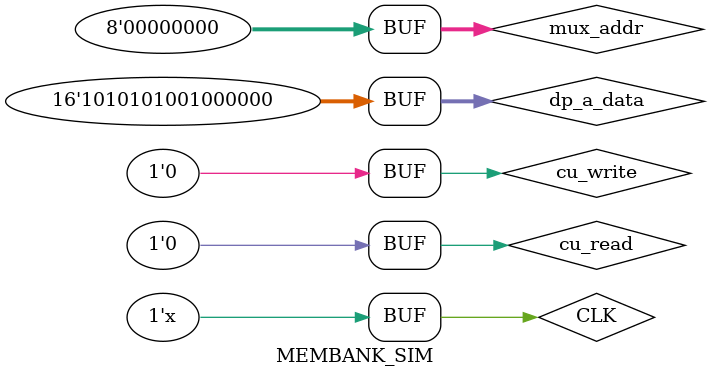
<source format=v>
`timescale 1ns / 1ps

module MEMBANK_SIM();

reg CLK;
initial CLK = 0;
always #5 CLK = ~CLK;

reg [7:0] mux_addr;
reg [15:0] dp_a_data;
reg cu_read;
reg cu_write;

wire [15:0] membank_out;
wire status;

MEMBANK UUT(
.CLK        (CLK),

.address    (mux_addr),
.data_in    (dp_a_data),
.read       (cu_read),
.write      (cu_write),

.data_out   (membank_out),
.status     (status)
);


initial begin
mux_addr = 8'h00;
dp_a_data = 16'hAA40;

cu_write = 1;
#10 cu_write = 0;

cu_read = 1;
#10 cu_read = 0;




end




endmodule

</source>
